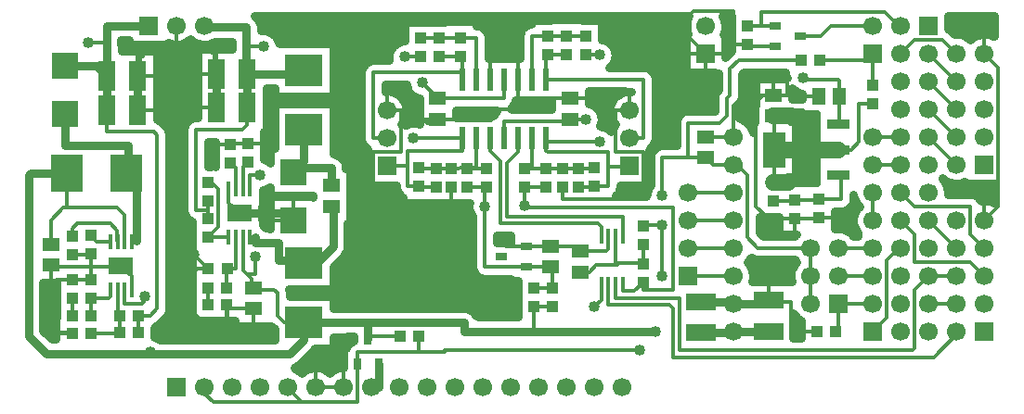
<source format=gbr>
G04 DipTrace 2.4.0.2*
%INTop.gbr*%
%MOIN*%
%ADD13C,0.013*%
%ADD14C,0.03*%
%ADD15C,0.025*%
%ADD16C,0.06*%
%ADD17C,0.04*%
%ADD18R,0.0591X0.0512*%
%ADD19R,0.0394X0.0433*%
%ADD20R,0.063X0.1063*%
%ADD21R,0.0433X0.0394*%
%ADD22R,0.0512X0.0591*%
%ADD23R,0.1063X0.063*%
%ADD25R,0.0945X0.0945*%
%ADD26R,0.0669X0.0669*%
%ADD27C,0.0669*%
%ADD28R,0.1161X0.1378*%
%ADD29R,0.1378X0.1161*%
%ADD31R,0.0413X0.0256*%
%ADD32R,0.0256X0.0413*%
%ADD34R,0.0157X0.0551*%
%ADD35R,0.0866X0.0591*%
%ADD36R,0.0846X0.0374*%
%ADD37R,0.0846X0.128*%
%ADD38R,0.0236X0.0787*%
%FSLAX44Y44*%
G04*
G70*
G90*
G75*
G01*
%LNTop*%
%LPD*%
X33752Y15377D2*
D13*
Y14438D1*
X33690Y14376D1*
X28753Y6878D2*
D14*
X29878D1*
D13*
X29940Y6940D1*
X31190D2*
D14*
X29940D1*
X23443Y7834D2*
D13*
X22755D1*
X12328Y10316D2*
Y9116D1*
X12453Y8992D1*
X12629Y8816D1*
Y8565D1*
X12691Y8503D1*
X14504Y7253D2*
X13816D1*
X13567Y7503D1*
Y8315D1*
X13442Y8440D1*
X12754D1*
X12691Y8503D1*
X12584Y12048D2*
Y12566D1*
X12941D1*
X12754Y9628D2*
Y8992D1*
X12453D1*
X8078Y10173D2*
Y11116D1*
X7816Y11378D1*
X6003D1*
Y12628D1*
X5441Y10066D2*
Y10941D1*
X5878Y11378D1*
X6003D1*
X14504Y7253D2*
D14*
Y6627D1*
X14004Y6128D1*
X8941D1*
X5253D1*
X4628Y6753D1*
Y12566D1*
X4691Y12628D1*
X6003D1*
X33752Y15377D2*
D13*
Y15946D1*
X33694Y16004D1*
X32506D1*
X32444Y16066D1*
X27131Y6940D2*
D14*
X20255D1*
Y7002D1*
Y7253D1*
X16814D1*
X14504D1*
X22755Y7834D2*
D13*
Y7002D1*
X20255D1*
X8078Y8440D2*
Y7940D1*
X8691D1*
X8816Y8065D1*
Y8190D1*
X9004Y6190D2*
X8941Y6128D1*
X16814Y6658D2*
D14*
Y7253D1*
X17958Y6752D2*
D13*
X16909D1*
X16814Y6658D1*
X32127Y11002D2*
X32984D1*
X33002Y11021D1*
X31377Y15438D2*
X31877D1*
X32543D1*
Y15377D1*
X33003D1*
X28753Y7980D2*
D14*
X29900D1*
D13*
X29940Y7940D1*
D14*
X31088D1*
D13*
X31190Y8042D1*
X29940Y13940D2*
X28942D1*
X28940Y13938D1*
X32940Y6940D2*
X32128D1*
X32003Y7065D1*
Y8002D1*
X31230D1*
X31190Y8042D1*
X31877Y15438D2*
Y15940D1*
X30815D1*
X29940Y15065D1*
Y13940D1*
X31440Y17192D2*
X30519D1*
X30440Y17271D1*
X31377Y15438D2*
X31001D1*
X30752Y15190D1*
Y11440D1*
X31190Y11002D1*
X32127D1*
X38940Y16940D2*
X39440Y16440D1*
Y11440D1*
X38940Y10940D1*
X30440Y17271D2*
X29940D1*
Y18442D1*
X28506D1*
X28381Y18317D1*
Y17499D1*
X28940Y16940D1*
X25449Y10360D2*
Y9884D1*
X25380Y9816D1*
X24445D1*
X24443Y9814D1*
X22505Y10001D2*
X23380D1*
X24443D1*
Y9814D1*
X24067Y15314D2*
X22257D1*
X22192Y15379D1*
Y16004D1*
Y16005D1*
X19317Y14566D2*
X20192D1*
X20567Y14941D1*
X21942D1*
X22257Y15256D1*
Y15314D1*
X21192Y16005D2*
Y17504D1*
X22192D1*
Y16005D1*
X23817Y12129D2*
Y11691D1*
X26693D1*
Y13395D1*
X25693D1*
Y14879D1*
X26192D1*
X17504Y14878D2*
X18005D1*
Y13391D1*
X17004D1*
Y11628D1*
X20380D1*
X19817D1*
Y12129D1*
X19317Y14566D2*
Y14441D1*
X18942D1*
X18505Y14878D1*
X17504D1*
X24067Y15314D2*
X25070D1*
X25505Y14879D1*
X26192D1*
X12200Y11182D2*
D14*
X13888D1*
D13*
X14129Y10941D1*
X11816Y12048D2*
Y11566D1*
X12200Y11182D1*
X11379Y16191D2*
D14*
Y15004D1*
X12504Y13691D2*
D13*
X11897D1*
X11879Y13673D1*
X11085Y9191D2*
X10691D1*
X10566Y9066D1*
Y7565D1*
X10754Y7378D1*
X11691D1*
X11754Y7440D1*
Y7860D1*
X11736Y7878D1*
X12691Y7755D2*
X11859D1*
X11736Y7878D1*
X6191Y9690D2*
X6860D1*
X6878Y9709D1*
Y9253D1*
Y8797D1*
X6191Y8779D2*
X6860D1*
X6878Y8797D1*
Y9253D2*
X8003D1*
X7950Y9307D1*
X8334Y8440D2*
Y8923D1*
X7950Y9307D1*
X5441Y9318D2*
X5626D1*
X5691Y9253D1*
X6878D1*
X5441Y9318D2*
Y6878D1*
X6173D1*
X6191Y6860D1*
X8543Y16128D2*
D14*
Y14879D1*
X15940Y4940D2*
D13*
X14940D1*
X8543Y16128D2*
X8629D1*
Y16941D1*
X11379Y16191D2*
X11315D1*
Y17065D1*
X7950Y9307D2*
D3*
X12191Y11191D2*
X12200Y11182D1*
X11085Y9191D2*
X11066D1*
X10566Y9691D1*
X12691Y6690D2*
Y7755D1*
X16940Y9440D2*
X20380D1*
Y10253D1*
Y11628D1*
X22505Y10001D2*
X21757D1*
X21505Y10253D1*
X8334Y10173D2*
X8504Y10191D1*
D14*
Y12274D1*
X8149Y12628D1*
X5941Y14772D2*
Y13627D1*
X8191D1*
Y12670D1*
X8149Y12628D1*
X21692Y13879D2*
D13*
Y14504D1*
X24005D1*
X24067Y14566D1*
X8566Y7503D2*
Y6878D1*
X7441Y16128D2*
D14*
Y14879D1*
X5941Y16504D2*
X7065D1*
X7441Y16128D1*
Y17940D1*
X8940D1*
X24067Y14566D2*
D13*
X24630D1*
X6753Y17316D2*
X7378D1*
Y16191D1*
X7441Y16128D1*
Y14879D2*
Y14127D1*
X9127D1*
X9252Y14002D1*
Y7752D1*
X9004Y7503D1*
X8566D1*
X6860Y6860D2*
X7878D1*
X7897Y6878D1*
Y7503D2*
Y6878D1*
X7822Y8440D2*
Y7578D1*
X7897Y7503D1*
X7566Y8440D2*
Y8190D1*
X7503Y8128D1*
X6878D1*
Y7485D1*
X6191Y8110D2*
Y7503D1*
X6209Y7485D1*
X14504Y9399D2*
D14*
X14962D1*
X15567Y10003D1*
Y11378D1*
X15504Y11441D1*
X12584Y10316D2*
D13*
X12754D1*
D14*
Y10128D1*
X13618D1*
Y9503D1*
X14399D1*
X14504Y9399D1*
X7566Y10173D2*
D13*
X7084D1*
X6878Y10378D1*
X6191Y10360D2*
Y10628D1*
X6378Y10815D1*
X7566D1*
X7816Y10565D1*
Y10179D1*
X7822Y10173D1*
X15504Y12189D2*
D14*
Y12816D1*
X13986D1*
X14129Y12673D1*
X14504Y14191D2*
Y13048D1*
X14129Y12673D1*
X19317Y15314D2*
D13*
X21692D1*
Y16005D1*
X12481Y16191D2*
D14*
Y15004D1*
Y16191D2*
X14359D1*
D13*
X14504Y16336D1*
X11066Y11628D2*
Y11296D1*
Y10985D1*
X12481Y16191D2*
X12441Y16231D1*
D14*
Y17191D1*
Y17879D1*
X11001D1*
D13*
X10940Y17940D1*
X19317Y15314D2*
Y15316D1*
X18755Y15879D1*
X13066Y17191D2*
X12441D1*
X12481Y15004D2*
Y14356D1*
X12315Y14190D1*
X10628D1*
Y11296D1*
X11066D1*
X11816Y10316D2*
X11066D1*
Y12298D2*
X11210D1*
X11441Y12066D1*
Y10691D1*
X11066Y10316D1*
X12072D2*
Y9196D1*
X12066Y9191D1*
X11754D1*
X11736Y8503D2*
Y9172D1*
X11754Y9191D1*
X11066Y8503D2*
Y7878D1*
X12072Y12048D2*
Y12810D1*
X11879Y13003D1*
X12328Y12048D2*
Y12846D1*
X12504Y13022D1*
X25960Y8628D2*
Y8378D1*
X26380D1*
X26693Y8690D1*
X22755Y8503D2*
X23443D1*
Y9253D1*
X22505D1*
X23380D1*
X22505D2*
X21003D1*
Y11441D1*
Y12129D1*
X20380D1*
X26693Y8690D2*
Y8440D1*
X27756D1*
Y11378D1*
X22505D1*
X22440Y11443D1*
Y12129D1*
X23192D1*
X21065Y12127D2*
X20381D1*
X20380Y12129D1*
X23191Y12127D2*
X23192Y12129D1*
X31377Y11628D2*
X32127D1*
Y11672D1*
X32984D1*
X33002Y11690D1*
X33815D1*
Y12440D1*
X33690Y12565D1*
X31407Y13471D2*
Y12326D1*
X31377Y12297D1*
X31407Y13471D2*
Y14661D1*
X31377Y14690D1*
X33690Y13471D2*
X34158D1*
X34440Y13753D1*
Y15127D1*
X34940D1*
X31407Y13471D2*
X33690D1*
X34940Y17940D2*
X33440D1*
X33066Y17566D1*
X32346D1*
X31440Y17940D2*
X30940D1*
X30440D1*
X35940D2*
X35878D1*
X35378Y18440D1*
X30940D1*
Y17940D1*
X24943Y7815D2*
X25193Y8065D1*
Y8628D1*
X25449D2*
Y7878D1*
X27631D1*
X27756Y7753D1*
Y6003D1*
X37128D1*
X37940Y6815D1*
Y6940D1*
X36940Y8940D2*
X37940D1*
X36940D2*
X36440Y8440D1*
Y6315D1*
X36378Y6252D1*
X28003D1*
Y8128D1*
X25690D1*
Y8613D1*
X25705Y8628D1*
X26693Y10066D2*
Y9360D1*
X25705Y10360D2*
Y9378D1*
X26755D1*
X26774Y9360D1*
X26693D1*
X24443Y9065D2*
X24755D1*
X25005Y9316D1*
X25767D1*
X25705Y9378D1*
X13940Y4940D2*
Y4879D1*
X14442Y4378D1*
X16440D1*
Y5753D1*
X29940Y12940D2*
X29190D1*
X28940Y13190D1*
X32690Y7940D2*
Y8940D1*
Y9940D1*
X30815D1*
X30440Y10315D1*
Y12565D1*
X30065Y12940D1*
X29940D1*
X28940Y13190D2*
X28318D1*
Y14440D1*
X29440D1*
X29690Y14690D1*
Y15315D1*
X29815Y15440D1*
Y16377D1*
X30128Y16690D1*
X32378D1*
X28318Y13190D2*
X27380D1*
Y11816D1*
Y10753D2*
X26711D1*
X26693Y10735D1*
X10940Y4940D2*
Y4691D1*
X11254Y4378D1*
X14442D1*
X16440Y5753D2*
Y6190D1*
X18628D1*
X19565D1*
Y6253D1*
X26568D1*
X27380Y8941D2*
Y10753D1*
X18628Y6752D2*
Y6190D1*
X21192Y13879D2*
Y13441D1*
X21567Y13066D1*
Y10816D1*
X25068D1*
X25193Y10691D1*
Y10360D1*
X25960D2*
Y11066D1*
X21817D1*
Y13003D1*
X22192Y13378D1*
Y13878D1*
Y13879D1*
X34940Y15797D2*
Y16940D1*
X33047Y16690D2*
X34690D1*
X34940Y16940D1*
X20692Y13879D2*
Y12816D1*
X20398D1*
X20380Y12798D1*
X19817D2*
X20398Y12816D1*
X19817Y12798D2*
X19255D1*
X18648D1*
X18630Y12816D1*
X21065Y12797D2*
X20646D1*
X20398Y12816D1*
X19255Y12129D2*
X18648D1*
X18630Y12147D1*
X18252D1*
Y12878D1*
Y13441D1*
X20192D1*
Y13879D1*
X17504Y12878D2*
X18252D1*
X18692Y16816D2*
X18130D1*
X18442Y13879D2*
X20192D1*
X22692D2*
Y12813D1*
X22707Y12798D1*
X23192D1*
X23817D1*
X24380D1*
X24924D1*
X24942Y12816D1*
X22440Y12797D2*
X22707Y12798D1*
X24380Y12129D2*
X24924D1*
X24942Y12147D1*
X25440D1*
Y12850D1*
Y13378D1*
X23255D1*
X23193Y13441D1*
Y13878D1*
X23192Y13879D1*
X25440Y12850D2*
X26164D1*
X26192Y12879D1*
X24630Y16879D2*
X25130D1*
Y13754D2*
X23192D1*
Y13879D1*
X20692Y16005D2*
Y17504D1*
X20130D1*
X19398D1*
X19380Y17486D1*
X18692D1*
X20192Y16005D2*
Y16772D1*
X20130Y16835D1*
X19398D1*
X19380Y16816D1*
X17504Y13878D2*
X17004D1*
Y16254D1*
X20192D1*
Y16005D1*
X23943Y17566D2*
X23273D1*
X23255Y17548D1*
X22711D1*
X22692Y17566D1*
Y16005D1*
X24630Y17548D2*
X23961D1*
X23943Y17566D1*
X23192Y16005D2*
Y16816D1*
X23255Y16879D1*
X23924D1*
X23943Y16897D1*
X26192Y13879D2*
X26693D1*
Y16005D1*
X23192D1*
X16940Y4940D2*
D14*
X17188D1*
Y5753D1*
X28318Y8941D2*
D13*
X29940D1*
Y8940D1*
X28318Y9941D2*
X29940D1*
Y9940D1*
X28318Y10941D2*
X29940D1*
Y10940D1*
X28318Y11941D2*
X29940D1*
Y11940D1*
X34940Y7940D2*
X33690D1*
Y7021D1*
X33609Y6940D1*
X34940Y8940D2*
X33690D1*
X34940Y9940D2*
X33690D1*
X34940Y11940D2*
Y10940D1*
X36940Y15940D2*
X37940Y14940D1*
X36940D2*
X37940Y13940D1*
X36940D2*
X37940Y12940D1*
X36940Y10940D2*
X37940Y9940D1*
X34940Y13940D2*
X35940D1*
Y11940D2*
X36440Y11440D1*
X38440D1*
Y10440D1*
X38940Y9940D1*
Y8940D2*
X38440Y9440D1*
X36440D1*
Y10440D1*
X35940Y10940D1*
Y12940D2*
X34940D1*
X35940Y9940D2*
X35877D1*
X35440Y9503D1*
Y7440D1*
X34940Y6940D1*
X36940Y7940D2*
X37940D1*
X35940Y16940D2*
X36440Y17440D1*
X37440D1*
X37940Y16940D1*
X36940D2*
X37940Y15940D1*
D17*
X12941Y12566D3*
X12754Y9628D3*
X32444Y16066D3*
X27131Y6940D3*
X8816Y8190D3*
X9004Y6190D3*
X8629Y16941D3*
X11315Y17065D3*
X7950Y9307D3*
X12191Y11191D3*
X10566Y9691D3*
X12691Y6690D3*
X16940Y9440D3*
X21505Y10253D3*
X20380D3*
X24630Y14566D3*
X6753Y17316D3*
X18755Y15879D3*
X13066Y17191D3*
X21003Y11441D3*
X22440Y11443D3*
X24943Y7815D3*
X27380Y11816D3*
Y10753D3*
X26568Y6253D3*
X27380Y8941D3*
Y10753D3*
X18130Y16816D3*
X18442Y13879D3*
X25130Y16879D3*
Y13754D3*
X9940Y15940D3*
Y15440D3*
Y14940D3*
Y14440D3*
Y13940D3*
Y13440D3*
Y12940D3*
Y12440D3*
Y11940D3*
Y11440D3*
Y10940D3*
Y10440D3*
Y9940D3*
Y9440D3*
Y8940D3*
X16440Y15940D3*
Y15440D3*
Y14940D3*
Y14440D3*
Y13940D3*
Y13440D3*
Y12940D3*
Y12440D3*
Y11940D3*
Y11440D3*
Y10940D3*
Y10440D3*
Y9940D3*
Y9440D3*
Y8940D3*
X32256Y14504D3*
Y14004D3*
Y13504D3*
Y13004D3*
X32819Y14504D3*
Y14004D3*
Y13504D3*
Y13004D3*
X32256Y12503D3*
X32819D3*
X31381Y13754D3*
Y13254D3*
X32033Y14566D2*
D15*
X32905D1*
X32190Y14318D2*
X32905D1*
X32190Y14069D2*
X32905D1*
X32190Y13820D2*
X32905D1*
X32190Y13572D2*
X32905D1*
X32190Y13323D2*
X32905D1*
X32190Y13074D2*
X32905D1*
X32190Y12825D2*
X32905D1*
X32190Y12577D2*
X32905D1*
X31936Y12328D2*
X32905D1*
X32934Y14747D2*
X32413D1*
Y14814D1*
X32006Y14815D1*
X32008Y14446D1*
X32165Y14445D1*
Y12496D1*
X31909D1*
Y12252D1*
X32928D1*
X32932Y12793D1*
X32936Y13087D1*
X32932Y13199D1*
Y14749D1*
X31377Y14690D2*
D16*
X32007D1*
X31377Y12297D2*
X31909D1*
X32932Y13471D2*
X33690D1*
X31407D2*
X32164D1*
X12972Y17991D2*
D14*
X18104D1*
X20719D2*
X22623D1*
X25218D2*
X28217D1*
X29663D2*
X29853D1*
X37668D2*
X39261D1*
X13349Y17693D2*
X18104D1*
X21104D2*
X22254D1*
X25218D2*
X28258D1*
X29622D2*
X29853D1*
X37820D2*
X39261D1*
X7981Y17394D2*
X8212D1*
X13620D2*
X18104D1*
X21149D2*
X22238D1*
X25386D2*
X28213D1*
X29667D2*
X29853D1*
X7981Y17095D2*
X11899D1*
X15584D2*
X17612D1*
X21149D2*
X22238D1*
X25677D2*
X28213D1*
X29667D2*
X29853D1*
X9248Y16797D2*
X10673D1*
X15584D2*
X17538D1*
X21149D2*
X22238D1*
X25718D2*
X28213D1*
X9248Y16498D2*
X10673D1*
X15584D2*
X16623D1*
X25574D2*
X28213D1*
X9248Y16199D2*
X10673D1*
X15584D2*
X16549D1*
X27104D2*
X29357D1*
X30270D2*
X31768D1*
X9248Y15900D2*
X10673D1*
X15584D2*
X16549D1*
X27149D2*
X29357D1*
X30270D2*
X30690D1*
X9248Y15602D2*
X10673D1*
X13189D2*
X13424D1*
X15584D2*
X16549D1*
X17462D2*
X18235D1*
X27149D2*
X29345D1*
X30270D2*
X30690D1*
X9248Y15303D2*
X10673D1*
X13189D2*
X16549D1*
X18086D2*
X18629D1*
X24754D2*
X25609D1*
X27149D2*
X29234D1*
X30250D2*
X30690D1*
X32066D2*
X32355D1*
X9248Y15004D2*
X10673D1*
X13189D2*
X13424D1*
X15584D2*
X16549D1*
X18221D2*
X18629D1*
X22015D2*
X23382D1*
X25012D2*
X25477D1*
X27149D2*
X29234D1*
X30147D2*
X30678D1*
X9248Y14706D2*
X10673D1*
X13189D2*
X13424D1*
X15584D2*
X16549D1*
X18209D2*
X18629D1*
X20005D2*
X21286D1*
X25205D2*
X25486D1*
X27149D2*
X27954D1*
X30147D2*
X30673D1*
X9482Y14407D2*
X10230D1*
X13189D2*
X13424D1*
X15584D2*
X16549D1*
X18049D2*
X18223D1*
X25201D2*
X25650D1*
X27149D2*
X27860D1*
X9695Y14108D2*
X10172D1*
X13091D2*
X13424D1*
X15584D2*
X16549D1*
X27149D2*
X27860D1*
X9707Y13810D2*
X10172D1*
X13091D2*
X13424D1*
X15584D2*
X16554D1*
X27145D2*
X27860D1*
X9707Y13511D2*
X10172D1*
X11085D2*
X11292D1*
X13091D2*
X13424D1*
X15584D2*
X16759D1*
X9707Y13212D2*
X10172D1*
X11085D2*
X11292D1*
X13091D2*
X13264D1*
X15859D2*
X16779D1*
X9707Y12914D2*
X10172D1*
X11085D2*
X11292D1*
X16035D2*
X16779D1*
X9707Y12615D2*
X10172D1*
X16191D2*
X16779D1*
X9707Y12316D2*
X10172D1*
X16191D2*
X16779D1*
X9707Y12018D2*
X10172D1*
X13095D2*
X13264D1*
X16191D2*
X17817D1*
X25878D2*
X26827D1*
X37664D2*
X39261D1*
X9707Y11719D2*
X10172D1*
X13054D2*
X13264D1*
X16191D2*
X18042D1*
X38792D2*
X39261D1*
X9707Y11420D2*
X10172D1*
X13054D2*
X13264D1*
X16191D2*
X20413D1*
X34174D2*
X34405D1*
X9707Y11121D2*
X10209D1*
X13025D2*
X13264D1*
X16191D2*
X20511D1*
X33592D2*
X34237D1*
X9707Y10823D2*
X10476D1*
X13054D2*
X13264D1*
X16191D2*
X20544D1*
X30897D2*
X31539D1*
X33592D2*
X34225D1*
X9707Y10524D2*
X10476D1*
X16109D2*
X20544D1*
X30897D2*
X31539D1*
X34100D2*
X34352D1*
X9707Y10225D2*
X10476D1*
X16109D2*
X20544D1*
X21461D2*
X21905D1*
X9707Y9927D2*
X10476D1*
X16101D2*
X20544D1*
X9707Y9628D2*
X10476D1*
X15945D2*
X20544D1*
X9707Y9329D2*
X10476D1*
X15646D2*
X20544D1*
X30549D2*
X32084D1*
X9707Y9031D2*
X10459D1*
X15584D2*
X20609D1*
X30660D2*
X31969D1*
X9707Y8732D2*
X10459D1*
X15584D2*
X22168D1*
X30635D2*
X31994D1*
X5172Y8433D2*
X5604D1*
X9707D2*
X10459D1*
X14005D2*
X22168D1*
X5172Y8135D2*
X5604D1*
X9707D2*
X10459D1*
X15584D2*
X22168D1*
X5172Y7836D2*
X5600D1*
X9707D2*
X10459D1*
X15584D2*
X22168D1*
X5172Y7537D2*
X5600D1*
X9650D2*
X10459D1*
X20710D2*
X22168D1*
X5172Y7239D2*
X5583D1*
X9371D2*
X12005D1*
X32111D2*
X32330D1*
X5196Y6940D2*
X5583D1*
X9174D2*
X13424D1*
X32111D2*
X32330D1*
X9367Y6641D2*
X13424D1*
X15584D2*
X16271D1*
X15584Y6342D2*
X16012D1*
X14674Y6044D2*
X15922D1*
X14374Y5745D2*
X15922D1*
X9220Y15772D2*
Y14544D1*
X9374Y14476D1*
X9513Y14346D1*
X9625Y14211D1*
X9668Y14098D1*
X9650Y14159D1*
X9679Y14002D1*
Y7752D1*
X9659Y7623D1*
X9598Y7503D1*
X9462Y7357D1*
X9306Y7201D1*
X9196Y7123D1*
X9156Y7105D1*
X9144Y7043D1*
Y6736D1*
X9235Y6702D1*
X9337Y6641D1*
X13456Y6640D1*
X13453Y7012D1*
X13322Y7137D1*
X12034D1*
Y7320D1*
X10488Y7319D1*
X10492Y8437D1*
X10488Y8863D1*
Y9062D1*
X10508D1*
X10506Y9550D1*
X10507Y10884D1*
X10381Y10947D1*
X10287Y11038D1*
X10225Y11153D1*
X10201Y11296D1*
Y14190D1*
X10221Y14319D1*
X10279Y14436D1*
X10370Y14530D1*
X10485Y14592D1*
X10628Y14617D1*
X10705D1*
X10702Y14793D1*
Y17085D1*
X11930D1*
X11929Y17368D1*
X11338Y17367D1*
X11237Y17310D1*
X11114Y17265D1*
X10984Y17245D1*
X10853Y17249D1*
X10725Y17277D1*
X10605Y17329D1*
X10497Y17403D1*
X10442Y17458D1*
X10350Y17377D1*
X10237Y17310D1*
X10114Y17265D1*
X9984Y17245D1*
X9853Y17249D1*
X9725Y17277D1*
X9637Y17313D1*
Y17243D1*
X8243D1*
Y17428D1*
X7952D1*
X7953Y17025D1*
X8129Y17022D1*
X9220D1*
Y15773D1*
X5632Y8200D2*
X5633Y8700D1*
X5141D1*
X5140Y6968D1*
X5463Y6642D1*
X5612D1*
Y7419D1*
X5631D1*
X5635Y8044D1*
X5632Y8688D1*
Y8700D1*
X11320Y12872D2*
X11324Y13582D1*
X11320Y13672D1*
Y13763D1*
X11056D1*
X11054Y12874D1*
X11324Y12876D1*
X16161Y12058D2*
Y10823D1*
X16075D1*
X16079Y10003D1*
X16062Y9873D1*
X16013Y9752D1*
X15929Y9641D1*
X15555Y9267D1*
Y8456D1*
X13968D1*
X13993Y8344D1*
Y8197D1*
X15555Y8196D1*
Y7765D1*
X20255D1*
X20385Y7748D1*
X20506Y7699D1*
X20611Y7621D1*
X20685Y7529D1*
X20780Y7452D1*
X22195D1*
X22196Y8412D1*
Y8765D1*
X21936Y8763D1*
Y8825D1*
X21003Y8826D1*
X20873Y8846D1*
X20756Y8904D1*
X20662Y8995D1*
X20600Y9110D1*
X20576Y9253D1*
Y11078D1*
X20530Y11136D1*
X20473Y11254D1*
X20444Y11381D1*
X20445Y11512D1*
X20454Y11548D1*
X19821Y11550D1*
X18696D1*
Y11570D1*
X18071Y11568D1*
Y11761D1*
X18018Y11790D1*
X17921Y11877D1*
X17855Y11990D1*
X17826Y12147D1*
Y12184D1*
X16808Y12182D1*
Y13502D1*
X16770Y13521D1*
X16673Y13609D1*
X16607Y13722D1*
X16577Y13878D1*
Y16254D1*
X16597Y16383D1*
X16656Y16500D1*
X16746Y16594D1*
X16861Y16656D1*
X17004Y16681D1*
X17583D1*
X17571Y16757D1*
X17572Y16888D1*
X17604Y17015D1*
X17664Y17131D1*
X17749Y17230D1*
X17856Y17307D1*
X17977Y17357D1*
X18134Y17376D1*
X18137Y17395D1*
X18133Y17826D1*
Y18064D1*
X19251Y18060D1*
X19346Y18064D1*
X19571D1*
Y18082D1*
X20689D1*
X20692Y17931D1*
X20821Y17911D1*
X20939Y17853D1*
X21033Y17762D1*
X21095Y17647D1*
X21119Y17504D1*
Y16762D1*
X21172Y16756D1*
X21290Y16760D1*
X22266D1*
Y17566D1*
X22286Y17696D1*
X22344Y17813D1*
X22435Y17907D1*
X22550Y17969D1*
X22682Y17993D1*
X22696Y18019D1*
Y18127D1*
X23381D1*
X23384Y18145D1*
X24501D1*
Y18124D1*
X25189Y18127D1*
Y17437D1*
X25362Y17391D1*
X25474Y17323D1*
X25568Y17232D1*
X25637Y17121D1*
X25680Y16997D1*
X25692Y16879D1*
X25677Y16749D1*
X25632Y16626D1*
X25560Y16517D1*
X25467Y16430D1*
X26693Y16431D1*
X26822Y16411D1*
X26939Y16353D1*
X27033Y16262D1*
X27095Y16147D1*
X27120Y16005D1*
Y13879D1*
X27100Y13749D1*
X27042Y13632D1*
X26959Y13545D1*
X26889Y13444D1*
Y12182D1*
X25868D1*
X25847Y12018D1*
X25789Y11901D1*
X25706Y11813D1*
X25917Y11805D1*
X26815D1*
X26823Y11887D1*
X26855Y12014D1*
X26915Y12131D1*
X26955Y12177D1*
X26954Y13190D1*
X26974Y13319D1*
X27032Y13436D1*
X27123Y13530D1*
X27238Y13592D1*
X27380Y13617D1*
X27893D1*
X27891Y14440D1*
X27911Y14569D1*
X27969Y14686D1*
X28060Y14780D1*
X28175Y14842D1*
X28318Y14867D1*
X29265D1*
X29263Y15315D1*
X29283Y15444D1*
X29358Y15583D1*
X29391Y15620D1*
X29388Y16240D1*
X29243Y16243D1*
X28243D1*
Y17637D1*
X28313D1*
X28278Y17724D1*
X28249Y17851D1*
X28245Y17982D1*
X28265Y18112D1*
X28309Y18235D1*
X28340Y18288D1*
X23954Y18290D1*
X12746D1*
X12785Y18258D1*
X12870Y18159D1*
X12927Y18041D1*
X12953Y17879D1*
Y17744D1*
X13043Y17753D1*
X13173Y17743D1*
X13298Y17703D1*
X13410Y17636D1*
X13504Y17544D1*
X13574Y17434D1*
X13619Y17276D1*
X15555Y17279D1*
Y15394D1*
X13453D1*
Y15677D1*
X13157Y15679D1*
X13154Y15298D1*
X13158Y14847D1*
Y14110D1*
X13064D1*
X13063Y13112D1*
X13173Y13078D1*
X13294Y13002D1*
Y13507D1*
X13453Y13510D1*
Y15133D1*
X15555D1*
Y13325D1*
X15617Y13315D1*
X15740Y13270D1*
X15848Y13195D1*
X15933Y13096D1*
X15989Y12978D1*
X16016Y12804D1*
X16161Y12807D1*
X16157Y11571D1*
X14847Y11772D2*
Y11837D1*
X13294Y11838D1*
Y12130D1*
X13162Y12049D1*
X13024Y12011D1*
X13025Y11410D1*
X12996D1*
X12995Y10952D1*
X13025Y10953D1*
Y10752D1*
X13148Y10642D1*
X13291Y10640D1*
X13294Y10867D1*
Y11775D1*
X14847D1*
X32386Y15302D2*
Y15507D1*
X32279Y15529D1*
X32159Y15582D1*
X32036Y15683D1*
X32035Y15304D1*
X32390Y15302D1*
X30720Y15052D2*
X30724Y15308D1*
X30720Y15398D1*
Y16056D1*
X31882D1*
X31799Y16131D1*
Y16266D1*
X30934Y16263D1*
X30306D1*
X30241Y16200D1*
X30242Y15440D1*
X30222Y15311D1*
X30147Y15172D1*
X30114Y15135D1*
X30115Y14646D1*
X30120Y14613D1*
X30243Y14568D1*
X30355Y14500D1*
X30452Y14412D1*
X30532Y14308D1*
X30590Y14191D1*
X30621Y14085D1*
Y14472D1*
X30699D1*
X30703Y14883D1*
X30715Y15030D1*
X30720Y15161D1*
Y15319D1*
X32188Y10424D2*
X31569D1*
Y11050D1*
X30867Y11049D1*
Y10494D1*
X30994Y10365D1*
X32140Y10367D1*
X19974Y14888D2*
X19975Y14634D1*
X20672Y14630D1*
X21106Y14634D1*
X21172Y14630D1*
X21335Y14738D1*
X21438Y14846D1*
X21430Y14887D1*
X19974Y14882D1*
X19970Y14696D1*
X18660Y14397D2*
Y15324D1*
X18590Y15341D1*
X18470Y15394D1*
X18366Y15473D1*
X18282Y15574D1*
X18225Y15692D1*
X18196Y15823D1*
X17432Y15827D1*
X17431Y15569D1*
X17529Y15575D1*
X17659Y15558D1*
X17783Y15517D1*
X17898Y15453D1*
X17998Y15370D1*
X18082Y15268D1*
X18145Y15153D1*
X18185Y15029D1*
X18201Y14899D1*
X18193Y14774D1*
X18161Y14647D1*
X18106Y14528D1*
X18030Y14421D1*
X17989Y14378D1*
X18168Y14369D1*
X18289Y14419D1*
X18418Y14440D1*
X18549Y14430D1*
X18662Y14394D1*
X24724Y15184D2*
X24725Y15122D1*
X24862Y15078D1*
X24974Y15011D1*
X25068Y14919D1*
X25137Y14808D1*
X25180Y14684D1*
X25192Y14566D1*
X25177Y14436D1*
X25133Y14317D1*
X25237Y14305D1*
X25362Y14266D1*
X25474Y14198D1*
X25541Y14132D1*
X25628Y14287D1*
X25706Y14376D1*
X25609Y14497D1*
X25548Y14613D1*
X25510Y14738D1*
X25496Y14868D1*
X25506Y14999D1*
X25541Y15125D1*
X25599Y15243D1*
X25677Y15348D1*
X25774Y15436D1*
X25886Y15504D1*
X26009Y15551D1*
X26138Y15573D1*
X26266Y15571D1*
X25906Y15578D1*
X24720D1*
X24725Y15486D1*
Y15119D1*
X23410Y14928D2*
X23414Y15184D1*
X23410Y15249D1*
X22712Y15253D1*
X22462Y15249D1*
X22114D1*
X22103Y15199D1*
X22049Y15080D1*
X21947Y14972D1*
X21955Y14931D1*
X23410Y14932D1*
Y15195D1*
X23172Y15249D1*
X22212Y15253D1*
X22111Y15249D1*
X22099Y15185D1*
X22041Y15068D1*
X21950Y14974D1*
X32083Y7596D2*
Y6678D1*
X32362Y6679D1*
X32361Y7325D1*
X32247Y7403D1*
X32154Y7495D1*
X32083Y7591D1*
Y7365D1*
X30601Y8719D2*
X32028Y8724D1*
X31999Y8851D1*
X31995Y8982D1*
X32015Y9112D1*
X32059Y9235D1*
X32125Y9348D1*
X32204Y9437D1*
X32142Y9512D1*
X30815Y9513D1*
X30686Y9533D1*
X30566Y9594D1*
X30528Y9567D1*
X30420Y9439D1*
X30502Y9351D1*
X30569Y9239D1*
X30614Y9116D1*
X30637Y8940D1*
X30624Y8810D1*
X30598Y8719D1*
X37637Y18288D2*
Y17821D1*
X37742Y17742D1*
X37855Y17629D1*
X37938Y17637D1*
X38068Y17625D1*
X38194Y17589D1*
X38311Y17529D1*
X38440Y17422D1*
X38501Y17481D1*
X38610Y17554D1*
X38731Y17605D1*
X38859Y17632D1*
X38990Y17635D1*
X39120Y17613D1*
X39243Y17568D1*
X39290Y17543D1*
Y18289D1*
X37640Y18290D1*
X37423Y12440D2*
X37502Y12351D1*
X37569Y12239D1*
X37614Y12116D1*
X37637Y11940D1*
X37630Y11871D1*
X38440Y11867D1*
X38569Y11847D1*
X38686Y11789D1*
X38773Y11706D1*
X38833Y11628D1*
X38964Y11636D1*
X39094Y11619D1*
X39219Y11578D1*
X39290Y11543D1*
Y12244D1*
X38243Y12243D1*
Y12313D1*
X38114Y12265D1*
X37984Y12245D1*
X37853Y12249D1*
X37725Y12277D1*
X37605Y12329D1*
X37497Y12403D1*
X37442Y12458D1*
X33562Y10624D2*
X33688Y10637D1*
X33818Y10625D1*
X33944Y10589D1*
X34061Y10529D1*
X34165Y10449D1*
X34239Y10367D1*
X34391D1*
X34404Y10495D1*
X34330Y10603D1*
X34278Y10724D1*
X34249Y10851D1*
X34245Y10982D1*
X34265Y11112D1*
X34309Y11235D1*
X34375Y11348D1*
X34454Y11437D1*
X34330Y11603D1*
X34278Y11724D1*
X34249Y11864D1*
X34242Y11690D1*
X34222Y11561D1*
X34164Y11444D1*
X34073Y11350D1*
X33958Y11288D1*
X33815Y11263D1*
X33561Y11258D1*
Y10624D1*
X29566Y17637D2*
X29637D1*
Y16802D1*
X29862Y17023D1*
X29881Y17060D1*
Y18292D1*
X29544Y18290D1*
X29614Y18116D1*
X29637Y17940D1*
X29624Y17810D1*
X29588Y17684D1*
X29564Y17636D1*
X15555Y6740D2*
Y6310D1*
X14903D1*
X14773Y6173D1*
X14366Y5766D1*
X14263Y5686D1*
X14162Y5641D1*
X14194Y5589D1*
X14311Y5529D1*
X14440Y5422D1*
X14501Y5481D1*
X14610Y5554D1*
X14731Y5605D1*
X14859Y5632D1*
X14990Y5635D1*
X15120Y5613D1*
X15243Y5568D1*
X15355Y5500D1*
X15440Y5425D1*
X15543Y5513D1*
X15658Y5577D1*
X15782Y5618D1*
X15912Y5636D1*
X15950D1*
Y6321D1*
X16036D1*
X16083Y6424D1*
X16171Y6521D1*
X16301Y6593D1*
X16302Y6744D1*
X15764Y6741D1*
X15555D1*
X21936Y10117D2*
Y10390D1*
X21567Y10389D1*
X21448Y10406D1*
X21429Y10391D1*
Y10116D1*
X21937Y10117D1*
X5441Y9318D2*
D13*
Y8700D1*
X8543Y14879D2*
X9220D1*
X8543Y17021D2*
Y16128D1*
X9220D1*
X5633Y8779D2*
X6191D1*
X12691Y7755D2*
Y7138D1*
X11321Y13673D2*
X11879D1*
X10702Y15004D2*
X11379D1*
Y17084D2*
Y16191D1*
X10702D2*
X11379D1*
X11736Y7878D2*
Y7320D1*
X10507Y9191D2*
X11085D1*
X32386Y15377D2*
X33003D1*
X31377Y16055D2*
Y15438D1*
X30721D2*
X32034D1*
X32127Y11002D2*
Y10424D1*
X31569Y11002D2*
X32127D1*
X18660Y14566D2*
X19974D1*
X23410Y15314D2*
X24724D1*
X31190Y8719D2*
Y8042D1*
X14129Y11775D2*
Y10941D1*
X13295D2*
X14129D1*
X38940Y11636D2*
Y10940D1*
Y17636D2*
Y16940D1*
X9940Y17940D2*
Y17244D1*
X17504Y15575D2*
Y14878D1*
X18201D1*
X26192Y15575D2*
Y14879D1*
X25496D2*
X26192D1*
X28940Y16940D2*
Y16244D1*
X28244Y16940D2*
X29636D1*
X5613Y6860D2*
X6191D1*
X12504Y13691D2*
X13062D1*
X33002Y11021D2*
X33561D1*
X29882Y17271D2*
X30440D1*
X19817Y12129D2*
Y11551D1*
X32362Y6940D2*
X32940D1*
X12200Y11182D2*
X12995D1*
X21937Y10001D2*
X22505D1*
X22192Y16760D2*
Y15249D1*
X21192Y16760D2*
Y16005D1*
X14940Y5636D2*
Y4940D1*
X15940Y5636D2*
Y4940D1*
D18*
X5441Y10066D3*
Y9318D3*
D19*
X6878Y10378D3*
Y9709D3*
D20*
X7441Y14879D3*
X8543D3*
X7441Y16128D3*
X8543D3*
D21*
X8566Y6878D3*
X7897D3*
D19*
X6191Y8110D3*
Y8779D3*
X6878Y8128D3*
Y8797D3*
D18*
X12691Y8503D3*
Y7755D3*
D19*
X11879Y13003D3*
Y13673D3*
D18*
X15504Y11441D3*
Y12189D3*
D20*
X11379Y15004D3*
X12481D3*
X11379Y16191D3*
X12481D3*
D19*
X11066Y10316D3*
Y10985D3*
D21*
Y7878D3*
X11736D3*
X11754Y9191D3*
X11085D3*
D22*
X33752Y15377D3*
X33003D3*
D18*
X31377Y14690D3*
Y15438D3*
D19*
X32127Y11672D3*
Y11002D3*
X19255Y12129D3*
Y12798D3*
D18*
X24443Y9065D3*
Y9814D3*
X23380Y9253D3*
Y10001D3*
D19*
X24380Y12129D3*
Y12798D3*
X19380Y16816D3*
Y17486D3*
X23943Y16897D3*
Y17566D3*
D18*
X19317Y14566D3*
Y15314D3*
X24067Y14566D3*
Y15314D3*
X28940Y13190D3*
Y13938D3*
D23*
X28753Y6878D3*
Y7980D3*
X31190Y6940D3*
Y8042D3*
D25*
X5941Y16504D3*
Y14772D3*
X14129Y10941D3*
Y12673D3*
D26*
X36940Y17940D3*
D27*
X35940D3*
X36940Y16940D3*
X35940D3*
X36940Y15940D3*
X35940D3*
X36940Y14940D3*
X35940D3*
X36940Y13940D3*
X35940D3*
X36940Y12940D3*
X35940D3*
X36940Y11940D3*
X35940D3*
X36940Y10940D3*
X35940D3*
X36940Y9940D3*
X35940D3*
X36940Y8940D3*
X35940D3*
X36940Y7940D3*
X35940D3*
X36940Y6940D3*
X35940D3*
D26*
X33690Y7940D3*
D27*
X32690D3*
X33690Y8940D3*
X32690D3*
X33690Y9940D3*
X32690D3*
D26*
X38940Y6940D3*
D27*
X37940D3*
X38940Y7940D3*
X37940D3*
X38940Y8940D3*
X37940D3*
X38940Y9940D3*
X37940D3*
X38940Y10940D3*
X37940D3*
D26*
X38940Y12940D3*
D27*
X37940D3*
X38940Y13940D3*
X37940D3*
X38940Y14940D3*
X37940D3*
X38940Y15940D3*
X37940D3*
X38940Y16940D3*
X37940D3*
D26*
X8940Y17940D3*
D27*
X9940D3*
X10940D3*
D26*
X17504Y12878D3*
D27*
Y13878D3*
Y14878D3*
D26*
X26192Y12879D3*
D27*
Y13879D3*
Y14879D3*
D26*
X34940Y16940D3*
D27*
Y17940D3*
D26*
X28940Y16940D3*
D27*
Y17940D3*
D26*
X28318Y8941D3*
D27*
Y9941D3*
Y10941D3*
Y11941D3*
D28*
X6003Y12628D3*
X8149D3*
D29*
X14504Y7253D3*
Y9399D3*
Y14191D3*
Y16336D3*
D31*
X31440Y17940D3*
Y17192D3*
X32346Y17566D3*
D32*
X16440Y5753D3*
X17188D3*
X16814Y6658D3*
D21*
X8566Y7503D3*
X7897D3*
X6191Y6860D3*
X6860D3*
X6878Y7485D3*
X6209D3*
D19*
X6191Y9690D3*
Y10360D3*
X12504Y13691D3*
Y13022D3*
X11066Y11628D3*
Y12298D3*
D21*
Y8503D3*
X11736D3*
D19*
X31377Y11628D3*
Y12297D3*
X33002Y11021D3*
Y11690D3*
X30440Y17940D3*
Y17271D3*
D21*
X32378Y16690D3*
X33047D3*
D19*
X34940Y15127D3*
Y15797D3*
X22755Y8503D3*
Y7834D3*
X23443Y8503D3*
Y7834D3*
X26693Y10066D3*
Y10735D3*
Y8690D3*
Y9360D3*
X20380Y12129D3*
Y12798D3*
X19817Y12129D3*
Y12798D3*
X18630Y12816D3*
Y12147D3*
X23192Y12129D3*
Y12798D3*
X23817Y12129D3*
Y12798D3*
X24942Y12816D3*
Y12147D3*
X20130Y17504D3*
Y16835D3*
X18692Y16816D3*
Y17486D3*
X23255Y17548D3*
Y16879D3*
X24630D3*
Y17548D3*
D21*
X18628Y6752D3*
X17958D3*
X32940Y6940D3*
X33609D3*
D19*
X21065Y12127D3*
Y12797D3*
X22440Y12127D3*
Y12797D3*
D34*
X7566Y8440D3*
X7822D3*
X8078D3*
X8334D3*
Y10173D3*
X8078D3*
X7822D3*
X7566D3*
D35*
X7950Y9307D3*
D34*
X11816Y10316D3*
X12072D3*
X12328D3*
X12584D3*
Y12048D3*
X12328D3*
X12072D3*
X11816D3*
D35*
X12200Y11182D3*
D36*
X33690Y12565D3*
Y13471D3*
Y14376D3*
D37*
X31407Y13471D3*
D34*
X25193Y8628D3*
X25449D3*
X25705D3*
X25960D3*
Y10360D3*
X25705D3*
X25449D3*
X25193D3*
D31*
X22505Y9253D3*
Y10001D3*
X21599Y9627D3*
D38*
X20192Y13879D3*
X20692D3*
X21192D3*
X21692D3*
X22192D3*
X22692D3*
X23192D3*
Y16005D3*
X22692D3*
X22192D3*
X21692D3*
X21192D3*
X20692D3*
X20192D3*
D26*
X9940Y4940D3*
D27*
X10940D3*
X11940D3*
X12940D3*
X13940D3*
X14940D3*
X15940D3*
X16940D3*
X17940D3*
X18940D3*
X19940D3*
X20940D3*
X21940D3*
X22940D3*
X23940D3*
X24940D3*
X25940D3*
D26*
X34940Y6940D3*
D27*
Y7940D3*
Y8940D3*
Y9940D3*
Y10940D3*
Y11940D3*
Y12940D3*
Y13940D3*
X29940Y6940D3*
Y7940D3*
Y8940D3*
Y9940D3*
Y10940D3*
Y11940D3*
Y12940D3*
Y13940D3*
M02*

</source>
